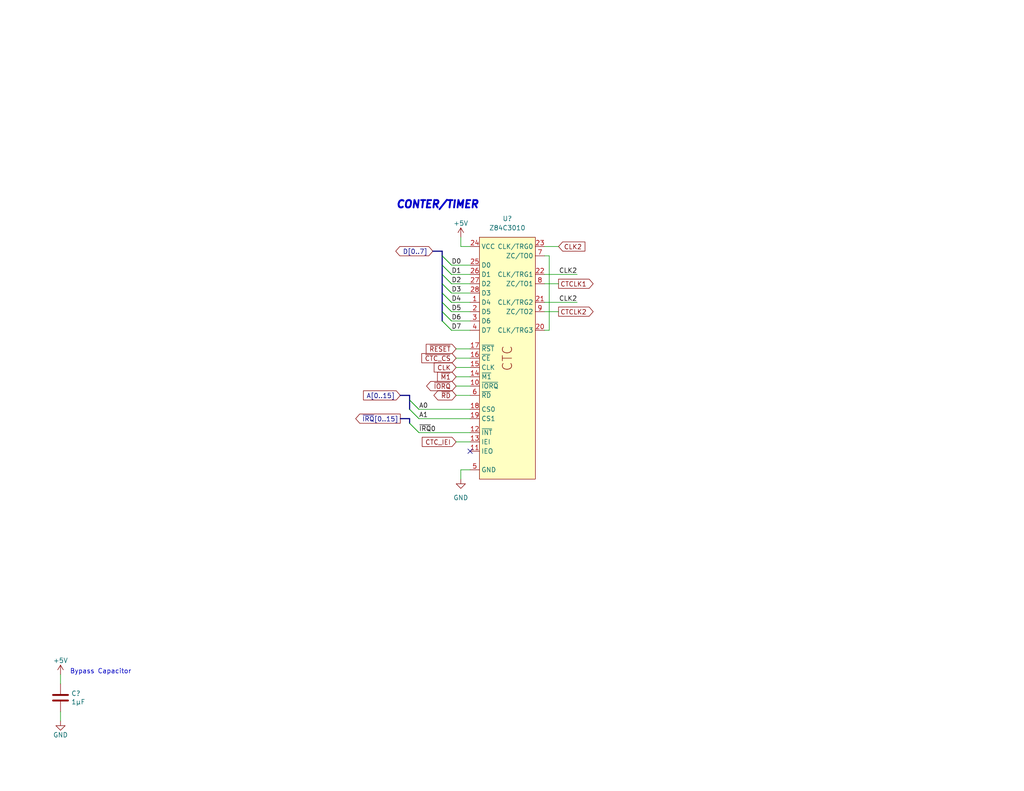
<source format=kicad_sch>
(kicad_sch (version 20230121) (generator eeschema)
  (paper "USLetter")
  (title_block (title "Counter Timer Circuit") (date "2023-09-08") (rev "2.12") (company "Frédéric Segard") (comment 1 "@microhobbyist") (comment 4 "Thank you to John Winans for his inspiration, as well as Grant Searle and Sergey Kiselev"))
  (lib_symbols
    (symbol "+5V_1" (power) (pin_names (offset 0))
      (property "Value" "+5V_1" (at 0 3.556 0))
      (symbol "+5V_1_0_1"
        (polyline (pts (xy -0.762 1.27) (xy 0 2.54)))
        (polyline (pts (xy 0 0) (xy 0 2.54)))
        (polyline (pts (xy 0 2.54) (xy 0.762 1.27)))
      )
      (symbol "+5V_1_1_1"
        (pin power_in line (at 0 0 90) (length 0) hide (name "+5V") (number "1"))
      )
    )
    (symbol "0_Library:Z84C30xx CTC"
      (property "Reference" "U" (at -7.62 1.27 0))
      (property "Value" "Z84C30xx CTC" (at 1.27 1.27 0))
      (symbol "Z84C30xx CTC_0_0"
        (text "CTC" (at 0 -33.02 900) (effects (font (size 2.54 2.54))))
      )
      (symbol "Z84C30xx CTC_0_1"
        (rectangle (start -7.62 0) (end 7.62 -66.04) (stroke (width 0.1524)) (fill (type background)))
      )
      (symbol "Z84C30xx CTC_1_1"
        (pin bidirectional line (at -10.16 -17.78 0) (length 2.54) (name "D4") (number "1"))
        (pin input line (at -10.16 -40.64 0) (length 2.54) (name "~{IORQ}") (number "10"))
        (pin output line (at -10.16 -58.42 0) (length 2.54) (name "IEO") (number "11"))
        (pin open_collector line (at -10.16 -53.34 0) (length 2.54) (name "~{INT}") (number "12"))
        (pin input line (at -10.16 -55.88 0) (length 2.54) (name "IEI") (number "13"))
        (pin input line (at -10.16 -38.1 0) (length 2.54) (name "~{M1}") (number "14"))
        (pin input line (at -10.16 -35.56 0) (length 2.54) (name "CLK") (number "15"))
        (pin input line (at -10.16 -33.02 0) (length 2.54) (name "~{CE}") (number "16"))
        (pin input line (at -10.16 -30.48 0) (length 2.54) (name "~{RST}") (number "17"))
        (pin input line (at -10.16 -46.99 0) (length 2.54) (name "CS0") (number "18"))
        (pin input line (at -10.16 -49.53 0) (length 2.54) (name "CS1") (number "19"))
        (pin bidirectional line (at -10.16 -20.32 0) (length 2.54) (name "D5") (number "2"))
        (pin input line (at 10.16 -25.4 180) (length 2.54) (name "CLK/TRG3") (number "20"))
        (pin input line (at 10.16 -17.78 180) (length 2.54) (name "CLK/TRG2") (number "21"))
        (pin input line (at 10.16 -10.16 180) (length 2.54) (name "CLK/TRG1") (number "22"))
        (pin input line (at 10.16 -2.54 180) (length 2.54) (name "CLK/TRG0") (number "23"))
        (pin power_in line (at -10.16 -2.54 0) (length 2.54) (name "VCC") (number "24"))
        (pin bidirectional line (at -10.16 -7.62 0) (length 2.54) (name "D0") (number "25"))
        (pin bidirectional line (at -10.16 -10.16 0) (length 2.54) (name "D1") (number "26"))
        (pin bidirectional line (at -10.16 -12.7 0) (length 2.54) (name "D2") (number "27"))
        (pin bidirectional line (at -10.16 -15.24 0) (length 2.54) (name "D3") (number "28"))
        (pin bidirectional line (at -10.16 -22.86 0) (length 2.54) (name "D6") (number "3"))
        (pin bidirectional line (at -10.16 -25.4 0) (length 2.54) (name "D7") (number "4"))
        (pin power_in line (at -10.16 -63.5 0) (length 2.54) (name "GND") (number "5"))
        (pin input line (at -10.16 -43.18 0) (length 2.54) (name "~{RD}") (number "6"))
        (pin output line (at 10.16 -5.08 180) (length 2.54) (name "ZC/TO0") (number "7"))
        (pin output line (at 10.16 -12.7 180) (length 2.54) (name "ZC/TO1") (number "8"))
        (pin output line (at 10.16 -20.32 180) (length 2.54) (name "ZC/TO2") (number "9"))
      )
    )
    (symbol "Device:C" (pin_numbers hide) (pin_names (offset 0.254))
      (property "Reference" "C" (at 0.635 2.54 0))
      (property "Value" "C" (at 0.635 -2.54 0))
      (symbol "C_0_1"
        (polyline (pts (xy -2.032 -0.762) (xy 2.032 -0.762)) (stroke (width 0.508)))
        (polyline (pts (xy -2.032 0.762) (xy 2.032 0.762)) (stroke (width 0.508)))
      )
      (symbol "C_1_1"
        (pin passive line (at 0 3.81 270) (length 2.794) (name "~") (number "1"))
        (pin passive line (at 0 -3.81 90) (length 2.794) (name "~") (number "2"))
      )
    )
    (symbol "GND_1" (power) (pin_names (offset 0))
      (property "Value" "GND_1" (at 0 -3.81 0))
      (symbol "GND_1_0_1"
        (polyline (pts (xy 0 0) (xy 0 -1.27) (xy 1.27 -1.27) (xy 0 -2.54) (xy -1.27 -1.27) (xy 0 -1.27)))
      )
      (symbol "GND_1_1_1"
        (pin power_in line (at 0 0 270) (length 0) hide (name "GND") (number "1"))
      )
    )
  )
  (no_connect (at 128.27 123.19))
  (bus_entry (at 120.65 82.55) (size 2.54 2.54))
  (bus_entry (at 111.76 115.57) (size 2.54 2.54))
  (bus_entry (at 111.76 109.22) (size 2.54 2.54))
  (bus_entry (at 120.65 80.01) (size 2.54 2.54))
  (bus_entry (at 111.76 115.57) (size 2.54 2.54))
  (bus_entry (at 120.65 77.47) (size 2.54 2.54))
  (bus_entry (at 120.65 77.47) (size 2.54 2.54))
  (bus_entry (at 120.65 80.01) (size 2.54 2.54))
  (bus_entry (at 120.65 82.55) (size 2.54 2.54))
  (bus_entry (at 120.65 74.93) (size 2.54 2.54))
  (bus_entry (at 111.76 111.76) (size 2.54 2.54))
  (bus_entry (at 120.65 72.39) (size 2.54 2.54))
  (bus_entry (at 120.65 69.85) (size 2.54 2.54))
  (bus_entry (at 111.76 109.22) (size 2.54 2.54))
  (bus_entry (at 120.65 87.63) (size 2.54 2.54))
  (bus_entry (at 120.65 87.63) (size 2.54 2.54))
  (bus_entry (at 120.65 69.85) (size 2.54 2.54))
  (bus_entry (at 111.76 111.76) (size 2.54 2.54))
  (bus_entry (at 120.65 72.39) (size 2.54 2.54))
  (bus_entry (at 120.65 85.09) (size 2.54 2.54))
  (bus_entry (at 120.65 85.09) (size 2.54 2.54))
  (bus_entry (at 120.65 74.93) (size 2.54 2.54))
  (bus (pts (xy 120.65 77.47) (xy 120.65 74.93)))
  (wire (pts (xy 123.19 77.47) (xy 128.27 77.47)))
  (wire (pts (xy 123.19 87.63) (xy 128.27 87.63)))
  (bus (pts (xy 118.11 68.58) (xy 120.65 68.58)))
  (wire (pts (xy 124.46 102.87) (xy 128.27 102.87)))
  (wire (pts (xy 124.46 97.79) (xy 128.27 97.79)))
  (wire (pts (xy 16.51 184.15) (xy 16.51 186.69)))
  (wire (pts (xy 148.59 67.31) (xy 152.4 67.31)))
  (bus (pts (xy 120.65 82.55) (xy 120.65 80.01)))
  (bus (pts (xy 120.65 69.85) (xy 120.65 68.58)))
  (wire (pts (xy 124.46 120.65) (xy 128.27 120.65)))
  (bus (pts (xy 111.76 115.57) (xy 111.76 114.3)))
  (bus (pts (xy 120.65 72.39) (xy 120.65 69.85)))
  (wire (pts (xy 114.3 111.76) (xy 128.27 111.76)))
  (wire (pts (xy 125.73 128.27) (xy 125.73 130.81)))
  (wire (pts (xy 148.59 74.93) (xy 157.48 74.93)))
  (wire (pts (xy 148.59 85.09) (xy 152.4 85.09)))
  (wire (pts (xy 123.19 72.39) (xy 128.27 72.39)))
  (wire (pts (xy 148.59 77.47) (xy 152.4 77.47)))
  (wire (pts (xy 125.73 64.77) (xy 125.73 67.31)))
  (wire (pts (xy 123.19 74.93) (xy 128.27 74.93)))
  (bus (pts (xy 109.22 114.3) (xy 111.76 114.3)))
  (wire (pts (xy 128.27 128.27) (xy 125.73 128.27)))
  (wire (pts (xy 123.19 80.01) (xy 128.27 80.01)))
  (wire (pts (xy 114.3 118.11) (xy 128.27 118.11)))
  (wire (pts (xy 149.86 69.85) (xy 149.86 90.17)))
  (bus (pts (xy 120.65 85.09) (xy 120.65 82.55)))
  (wire (pts (xy 124.46 105.41) (xy 128.27 105.41)))
  (wire (pts (xy 148.59 69.85) (xy 149.86 69.85)))
  (bus (pts (xy 111.76 109.22) (xy 111.76 107.95)))
  (bus (pts (xy 120.65 74.93) (xy 120.65 72.39)))
  (wire (pts (xy 123.19 90.17) (xy 128.27 90.17)))
  (wire (pts (xy 148.59 82.55) (xy 157.48 82.55)))
  (wire (pts (xy 123.19 82.55) (xy 128.27 82.55)))
  (bus (pts (xy 111.76 111.76) (xy 111.76 109.22)))
  (wire (pts (xy 124.46 100.33) (xy 128.27 100.33)))
  (bus (pts (xy 109.22 107.95) (xy 111.76 107.95)))
  (wire (pts (xy 124.46 95.25) (xy 128.27 95.25)))
  (wire (pts (xy 114.3 114.3) (xy 128.27 114.3)))
  (wire (pts (xy 124.46 107.95) (xy 128.27 107.95)))
  (wire (pts (xy 149.86 90.17) (xy 148.59 90.17)))
  (bus (pts (xy 120.65 80.01) (xy 120.65 77.47)))
  (bus (pts (xy 120.65 87.63) (xy 120.65 85.09)))
  (wire (pts (xy 123.19 85.09) (xy 128.27 85.09)))
  (wire (pts (xy 16.51 194.31) (xy 16.51 196.85)))
  (wire (pts (xy 128.27 67.31) (xy 125.73 67.31)))
  (text "CONTER/TIMER" (at 107.95 57.15 0) (effects (font (size 2 2) (thickness 0.508) bold italic) (justify left bottom)))
  (text "Bypass Capacitor" (at 19.05 184.15 0) (effects (font (size 1.27 1.27)) (justify left bottom)))
  (label "D1" (at 123.19 74.93 0))
  (label "CLK2" (at 157.48 74.93 180))
  (label "D5" (at 123.19 85.09 0))
  (label "D3" (at 123.19 80.01 0))
  (label "A0" (at 114.3 111.76 0))
  (label "D6" (at 123.19 87.63 0))
  (label "~{IRQ}0" (at 114.3 118.11 0))
  (label "D0" (at 123.19 72.39 0))
  (label "CLK2" (at 157.48 82.55 180))
  (label "A1" (at 114.3 114.3 0))
  (label "D4" (at 123.19 82.55 0))
  (label "D7" (at 123.19 90.17 0))
  (label "D2" (at 123.19 77.47 0))
  (global_label "CLK" (shape input) (at 124.46 100.33 180) (property "Intersheetrefs" "${INTERSHEET_REFS}" (effects hide)))
  (global_label "CTCLK1" (shape output) (at 152.4 77.47 0) (property "Intersheetrefs" "${INTERSHEET_REFS}" (effects hide)))
  (global_label "~{M1}" (shape input) (at 124.46 102.87 180) (property "Intersheetrefs" "${INTERSHEET_REFS}" (effects hide)))
  (global_label "CTCLK2" (shape output) (at 152.4 85.09 0) (property "Intersheetrefs" "${INTERSHEET_REFS}" (effects hide)))
  (global_label "CTC_IEI" (shape input) (at 124.46 120.65 180) (property "Intersheetrefs" "${INTERSHEET_REFS}" (effects hide)))
  (global_label "~{RESET}" (shape input) (at 124.46 95.25 180) (property "Intersheetrefs" "${INTERSHEET_REFS}" (effects hide)))
  (global_label "CLK2" (shape input) (at 152.4 67.31 0) (property "Intersheetrefs" "${INTERSHEET_REFS}" (effects hide)))
  (global_label "~{CTC_CS}" (shape input) (at 124.46 97.79 180) (property "Intersheetrefs" "${INTERSHEET_REFS}" (effects hide)))
  (global_label "~{IORQ}" (shape tri_state) (at 124.46 105.41 180) (property "Intersheetrefs" "${INTERSHEET_REFS}" (effects hide)))
  (global_label "~{RD}" (shape tri_state) (at 124.46 107.95 180) (property "Intersheetrefs" "${INTERSHEET_REFS}" (effects hide)))
  (global_label "D[0..7]" (shape bidirectional) (at 118.11 68.58 180) (property "Intersheetrefs" "${INTERSHEET_REFS}" (effects hide)))
  (global_label "~{IRQ}[0..15]" (shape output) (at 109.22 114.3 180) (property "Intersheetrefs" "${INTERSHEET_REFS}" (effects hide)))
  (global_label "A[0..15]" (shape input) (at 109.22 107.95 180) (property "Intersheetrefs" "${INTERSHEET_REFS}" (effects hide)))
  (symbol (lib_id "Device:C") (at 16.51 190.5 0) (unit 1)
    (property "Reference" "C?" (at 19.431 189.3316 0) (effects (justify left)))
    (property "Value" "1µF" (at 19.431 191.643 0) (effects (justify left)))
    (property "Footprint" "Capacitor_THT:C_Disc_D3.4mm_W2.1mm_P2.50mm" (effects hide))
    (instances (project "1 - Main CPU board with basic peripherals (rev5)" (path "" (reference "C?") (unit 1)) (path "" (reference "C?") (unit 1))) (project "2 - CPU and memory card with the essential peripherals" (path "" (reference "C?") (unit 1))) (project "3 - Quad Serial card v3" (path "" (reference "C?") (unit 1)) (path "" (reference "C?") (unit 1))) (project "2 - CPU and core components (Rev 3)" (path "" (reference "C?") (unit 1)) (path "" (reference "C25") (unit 1))))
  )
  (symbol (lib_id "0_Library:Z84C30xx CTC") (at 138.43 64.77 0) (unit 1)
    (property "Reference" "U?" (at 138.43 59.69 0))
    (property "Value" "Z84C3010" (at 138.43 62.23 0))
    (property "Footprint" "Package_DIP:DIP-28_W15.24mm_Socket" (effects hide))
    (property "Datasheet" "https://www.mouser.ca/datasheet/2/240/ps0181-2821199.pdf" (effects hide))
    (instances (project "1 - Main CPU board with basic peripherals (rev5)" (path "" (reference "U?") (unit 1))) (project "2 - CPU and core components (Rev 3)" (path "" (reference "U?") (unit 1)) (path "" (reference "U21") (unit 1))))
  )
  (symbol (lib_name "+5V_1") (lib_id "power:+5V") (at 125.73 64.77 0) (unit 1)
    (property "Reference" "#PWR?" (effects hide))
    (property "Value" "+5V" (at 125.73 60.96 0))
    (instances (project "1 - Main CPU board with basic peripherals (rev5)" (path "" (reference "#PWR?") (unit 1))) (project "2 - CPU and memory card with the essential peripherals" (path "" (reference "#PWR?") (unit 1))) (project "3 - Quad Serial card v3" (path "" (reference "#PWR?") (unit 1)) (path "" (reference "#PWR?") (unit 1))) (project "2 - CPU and core components (Rev 3)" (path "" (reference "#PWR?") (unit 1)) (path "" (reference "#PWR078") (unit 1))))
  )
  (symbol (lib_name "GND_1") (lib_id "power:GND") (at 16.51 196.85 0) (unit 1)
    (property "Reference" "#PWR?" (effects hide))
    (property "Value" "GND" (at 16.51 200.66 0))
    (instances (project "1 - Main CPU board with basic peripherals (rev5)" (path "" (reference "#PWR?") (unit 1)) (path "" (reference "#PWR?") (unit 1))) (project "2 - CPU and memory card with the essential peripherals" (path "" (reference "#PWR?") (unit 1))) (project "3 - Quad Serial card v3" (path "" (reference "#PWR?") (unit 1)) (path "" (reference "#PWR?") (unit 1))) (project "2 - CPU and core components (Rev 3)" (path "" (reference "#PWR?") (unit 1)) (path "" (reference "#PWR081") (unit 1))))
  )
  (symbol (lib_name "GND_1") (lib_id "power:GND") (at 125.73 130.81 0) (unit 1)
    (property "Reference" "#PWR?" (effects hide))
    (property "Value" "GND" (at 125.73 135.89 0))
    (instances (project "1 - Main CPU board with basic peripherals (rev5)" (path "" (reference "#PWR?") (unit 1))) (project "2 - CPU and memory card with the essential peripherals" (path "" (reference "#PWR?") (unit 1))) (project "3 - Quad Serial card v3" (path "" (reference "#PWR?") (unit 1)) (path "" (reference "#PWR?") (unit 1))) (project "2 - CPU and core components (Rev 3)" (path "" (reference "#PWR?") (unit 1)) (path "" (reference "#PWR079") (unit 1))))
  )
  (symbol (lib_name "+5V_1") (lib_id "power:+5V") (at 16.51 184.15 0) (unit 1)
    (property "Reference" "#PWR?" (effects hide))
    (property "Value" "+5V" (at 16.51 180.34 0))
    (instances (project "1 - Main CPU board with basic peripherals (rev5)" (path "" (reference "#PWR?") (unit 1)) (path "" (reference "#PWR?") (unit 1))) (project "2 - CPU and memory card with the essential peripherals" (path "" (reference "#PWR?") (unit 1))) (project "3 - Quad Serial card v3" (path "" (reference "#PWR?") (unit 1)) (path "" (reference "#PWR?") (unit 1))) (project "2 - CPU and core components (Rev 3)" (path "" (reference "#PWR?") (unit 1)) (path "" (reference "#PWR080") (unit 1))))
  )
)
</source>
